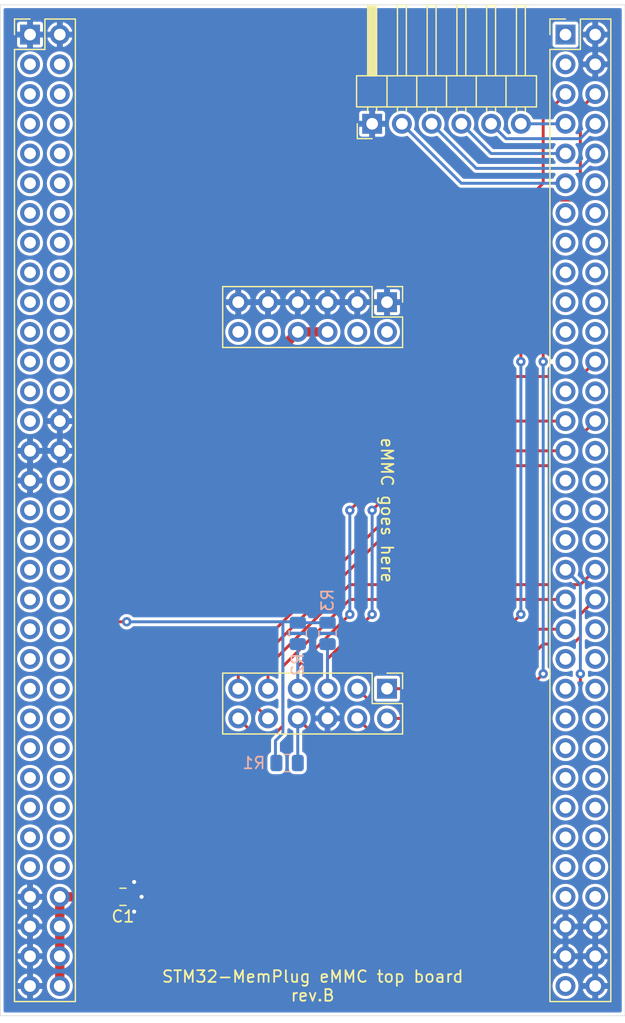
<source format=kicad_pcb>
(kicad_pcb (version 20171130) (host pcbnew "(5.1.8)-1")
  (layers (0 F.Cu signal) (31 B.Cu signal) (34 B.Paste user) (35 F.Paste user) (36 B.SilkS user) (37 F.SilkS user) (38 B.Mask user) (39 F.Mask user) (44 Edge.Cuts user))
  (net 0 "")
  (net 1 GND)
  (net 2 +3V3)
  (net 3 DAT0)
  (net 4 DAT1)
  (net 5 DAT2)
  (net 6 DAT3)
  (net 7 CLK)
  (net 8 CMD)
  (net 9 ~RST)
  (net 10 DAT6)
  (net 11 DAT7)
  (net 12 DAT4)
  (net 13 DAT5)
  (net 14 PB3)
  (net 15 PB4)
  (net 16 PB5)
  (net 17 PB6)
  (net 18 PB7)
  (module Connector_PinHeader_2.54mm:PinHeader_1x06_P2.54mm_Horizontal (layer F.Cu) (at 130.81 58.42 90)
    (fp_text reference J3 hide)
    (fp_text value DBG)
    (fp_line (start -1.27 -1.27) (end 0 -1.27) (layer F.SilkS) (width 0.12))
    (fp_line (start -1.27 0) (end -1.27 -1.27) (layer F.SilkS) (width 0.12))
    (fp_line (start 1.042929 13.08) (end 1.44 13.08) (layer F.SilkS) (width 0.12))
    (fp_line (start 1.042929 12.32) (end 1.44 12.32) (layer F.SilkS) (width 0.12))
    (fp_line (start 10.1 13.08) (end 4.1 13.08) (layer F.SilkS) (width 0.12))
    (fp_line (start 10.1 12.32) (end 10.1 13.08) (layer F.SilkS) (width 0.12))
    (fp_line (start 4.1 12.32) (end 10.1 12.32) (layer F.SilkS) (width 0.12))
    (fp_line (start 1.44 11.43) (end 4.1 11.43) (layer F.SilkS) (width 0.12))
    (fp_line (start 1.042929 10.54) (end 1.44 10.54) (layer F.SilkS) (width 0.12))
    (fp_line (start 1.042929 9.78) (end 1.44 9.78) (layer F.SilkS) (width 0.12))
    (fp_line (start 10.1 10.54) (end 4.1 10.54) (layer F.SilkS) (width 0.12))
    (fp_line (start 10.1 9.78) (end 10.1 10.54) (layer F.SilkS) (width 0.12))
    (fp_line (start 4.1 9.78) (end 10.1 9.78) (layer F.SilkS) (width 0.12))
    (fp_line (start 1.44 8.89) (end 4.1 8.89) (layer F.SilkS) (width 0.12))
    (fp_line (start 1.042929 8) (end 1.44 8) (layer F.SilkS) (width 0.12))
    (fp_line (start 1.042929 7.24) (end 1.44 7.24) (layer F.SilkS) (width 0.12))
    (fp_line (start 10.1 8) (end 4.1 8) (layer F.SilkS) (width 0.12))
    (fp_line (start 10.1 7.24) (end 10.1 8) (layer F.SilkS) (width 0.12))
    (fp_line (start 4.1 7.24) (end 10.1 7.24) (layer F.SilkS) (width 0.12))
    (fp_line (start 1.44 6.35) (end 4.1 6.35) (layer F.SilkS) (width 0.12))
    (fp_line (start 1.042929 5.46) (end 1.44 5.46) (layer F.SilkS) (width 0.12))
    (fp_line (start 1.042929 4.7) (end 1.44 4.7) (layer F.SilkS) (width 0.12))
    (fp_line (start 10.1 5.46) (end 4.1 5.46) (layer F.SilkS) (width 0.12))
    (fp_line (start 10.1 4.7) (end 10.1 5.46) (layer F.SilkS) (width 0.12))
    (fp_line (start 4.1 4.7) (end 10.1 4.7) (layer F.SilkS) (width 0.12))
    (fp_line (start 1.44 3.81) (end 4.1 3.81) (layer F.SilkS) (width 0.12))
    (fp_line (start 1.042929 2.92) (end 1.44 2.92) (layer F.SilkS) (width 0.12))
    (fp_line (start 1.042929 2.16) (end 1.44 2.16) (layer F.SilkS) (width 0.12))
    (fp_line (start 10.1 2.92) (end 4.1 2.92) (layer F.SilkS) (width 0.12))
    (fp_line (start 10.1 2.16) (end 10.1 2.92) (layer F.SilkS) (width 0.12))
    (fp_line (start 4.1 2.16) (end 10.1 2.16) (layer F.SilkS) (width 0.12))
    (fp_line (start 1.44 1.27) (end 4.1 1.27) (layer F.SilkS) (width 0.12))
    (fp_line (start 1.11 0.38) (end 1.44 0.38) (layer F.SilkS) (width 0.12))
    (fp_line (start 1.11 -0.38) (end 1.44 -0.38) (layer F.SilkS) (width 0.12))
    (fp_line (start 4.1 0.28) (end 10.1 0.28) (layer F.SilkS) (width 0.12))
    (fp_line (start 4.1 0.16) (end 10.1 0.16) (layer F.SilkS) (width 0.12))
    (fp_line (start 4.1 0.04) (end 10.1 0.04) (layer F.SilkS) (width 0.12))
    (fp_line (start 4.1 -0.08) (end 10.1 -0.08) (layer F.SilkS) (width 0.12))
    (fp_line (start 4.1 -0.2) (end 10.1 -0.2) (layer F.SilkS) (width 0.12))
    (fp_line (start 4.1 -0.32) (end 10.1 -0.32) (layer F.SilkS) (width 0.12))
    (fp_line (start 10.1 0.38) (end 4.1 0.38) (layer F.SilkS) (width 0.12))
    (fp_line (start 10.1 -0.38) (end 10.1 0.38) (layer F.SilkS) (width 0.12))
    (fp_line (start 4.1 -0.38) (end 10.1 -0.38) (layer F.SilkS) (width 0.12))
    (fp_line (start 4.1 -1.33) (end 1.44 -1.33) (layer F.SilkS) (width 0.12))
    (fp_line (start 4.1 14.03) (end 4.1 -1.33) (layer F.SilkS) (width 0.12))
    (fp_line (start 1.44 14.03) (end 4.1 14.03) (layer F.SilkS) (width 0.12))
    (fp_line (start 1.44 -1.33) (end 1.44 14.03) (layer F.SilkS) (width 0.12))
    (pad 6 thru_hole oval (at 0 12.7 90) (size 1.7 1.7) (drill 1) (layers *.Cu *.Mask) (net 18 PB7))
    (pad 5 thru_hole oval (at 0 10.16 90) (size 1.7 1.7) (drill 1) (layers *.Cu *.Mask) (net 17 PB6))
    (pad 4 thru_hole oval (at 0 7.62 90) (size 1.7 1.7) (drill 1) (layers *.Cu *.Mask) (net 16 PB5))
    (pad 3 thru_hole oval (at 0 5.08 90) (size 1.7 1.7) (drill 1) (layers *.Cu *.Mask) (net 15 PB4))
    (pad 2 thru_hole oval (at 0 2.54 90) (size 1.7 1.7) (drill 1) (layers *.Cu *.Mask) (net 14 PB3))
    (pad 1 thru_hole rect (at 0 0 90) (size 1.7 1.7) (drill 1) (layers *.Cu *.Mask) (net 1 GND))
  )
  (module Connector_PinHeader_2.54mm:PinHeader_2x33_P2.54mm_Vertical (layer F.Cu) (at 147.32 50.8)
    (fp_text reference J2 hide)
    (fp_text value Right)
    (fp_line (start -1.33 -1.33) (end 0 -1.33) (layer F.SilkS) (width 0.12))
    (fp_line (start -1.33 0) (end -1.33 -1.33) (layer F.SilkS) (width 0.12))
    (fp_line (start 1.27 -1.33) (end 3.87 -1.33) (layer F.SilkS) (width 0.12))
    (fp_line (start 1.27 1.27) (end 1.27 -1.33) (layer F.SilkS) (width 0.12))
    (fp_line (start -1.33 1.27) (end 1.27 1.27) (layer F.SilkS) (width 0.12))
    (fp_line (start 3.87 -1.33) (end 3.87 82.61) (layer F.SilkS) (width 0.12))
    (fp_line (start -1.33 1.27) (end -1.33 82.61) (layer F.SilkS) (width 0.12))
    (fp_line (start -1.33 82.61) (end 3.87 82.61) (layer F.SilkS) (width 0.12))
    (pad 66 thru_hole oval (at 2.54 81.28) (size 1.7 1.7) (drill 1) (layers *.Cu *.Mask) (net 1 GND))
    (pad 65 thru_hole oval (at 0 81.28) (size 1.7 1.7) (drill 1) (layers *.Cu *.Mask))
    (pad 64 thru_hole oval (at 2.54 78.74) (size 1.7 1.7) (drill 1) (layers *.Cu *.Mask) (net 1 GND))
    (pad 63 thru_hole oval (at 0 78.74) (size 1.7 1.7) (drill 1) (layers *.Cu *.Mask) (net 1 GND))
    (pad 62 thru_hole oval (at 2.54 76.2) (size 1.7 1.7) (drill 1) (layers *.Cu *.Mask) (net 1 GND))
    (pad 61 thru_hole oval (at 0 76.2) (size 1.7 1.7) (drill 1) (layers *.Cu *.Mask) (net 1 GND))
    (pad 60 thru_hole oval (at 2.54 73.66) (size 1.7 1.7) (drill 1) (layers *.Cu *.Mask))
    (pad 59 thru_hole oval (at 0 73.66) (size 1.7 1.7) (drill 1) (layers *.Cu *.Mask))
    (pad 58 thru_hole oval (at 2.54 71.12) (size 1.7 1.7) (drill 1) (layers *.Cu *.Mask))
    (pad 57 thru_hole oval (at 0 71.12) (size 1.7 1.7) (drill 1) (layers *.Cu *.Mask))
    (pad 56 thru_hole oval (at 2.54 68.58) (size 1.7 1.7) (drill 1) (layers *.Cu *.Mask))
    (pad 55 thru_hole oval (at 0 68.58) (size 1.7 1.7) (drill 1) (layers *.Cu *.Mask))
    (pad 54 thru_hole oval (at 2.54 66.04) (size 1.7 1.7) (drill 1) (layers *.Cu *.Mask))
    (pad 53 thru_hole oval (at 0 66.04) (size 1.7 1.7) (drill 1) (layers *.Cu *.Mask))
    (pad 52 thru_hole oval (at 2.54 63.5) (size 1.7 1.7) (drill 1) (layers *.Cu *.Mask))
    (pad 51 thru_hole oval (at 0 63.5) (size 1.7 1.7) (drill 1) (layers *.Cu *.Mask))
    (pad 50 thru_hole oval (at 2.54 60.96) (size 1.7 1.7) (drill 1) (layers *.Cu *.Mask))
    (pad 49 thru_hole oval (at 0 60.96) (size 1.7 1.7) (drill 1) (layers *.Cu *.Mask))
    (pad 48 thru_hole oval (at 2.54 58.42) (size 1.7 1.7) (drill 1) (layers *.Cu *.Mask))
    (pad 47 thru_hole oval (at 0 58.42) (size 1.7 1.7) (drill 1) (layers *.Cu *.Mask))
    (pad 46 thru_hole oval (at 2.54 55.88) (size 1.7 1.7) (drill 1) (layers *.Cu *.Mask))
    (pad 45 thru_hole oval (at 0 55.88) (size 1.7 1.7) (drill 1) (layers *.Cu *.Mask))
    (pad 44 thru_hole oval (at 2.54 53.34) (size 1.7 1.7) (drill 1) (layers *.Cu *.Mask))
    (pad 43 thru_hole oval (at 0 53.34) (size 1.7 1.7) (drill 1) (layers *.Cu *.Mask))
    (pad 42 thru_hole oval (at 2.54 50.8) (size 1.7 1.7) (drill 1) (layers *.Cu *.Mask))
    (pad 41 thru_hole oval (at 0 50.8) (size 1.7 1.7) (drill 1) (layers *.Cu *.Mask) (net 10 DAT6))
    (pad 40 thru_hole oval (at 2.54 48.26) (size 1.7 1.7) (drill 1) (layers *.Cu *.Mask) (net 11 DAT7))
    (pad 39 thru_hole oval (at 0 48.26) (size 1.7 1.7) (drill 1) (layers *.Cu *.Mask) (net 3 DAT0))
    (pad 38 thru_hole oval (at 2.54 45.72) (size 1.7 1.7) (drill 1) (layers *.Cu *.Mask) (net 4 DAT1))
    (pad 37 thru_hole oval (at 0 45.72) (size 1.7 1.7) (drill 1) (layers *.Cu *.Mask) (net 9 ~RST))
    (pad 36 thru_hole oval (at 2.54 43.18) (size 1.7 1.7) (drill 1) (layers *.Cu *.Mask))
    (pad 35 thru_hole oval (at 0 43.18) (size 1.7 1.7) (drill 1) (layers *.Cu *.Mask))
    (pad 34 thru_hole oval (at 2.54 40.64) (size 1.7 1.7) (drill 1) (layers *.Cu *.Mask))
    (pad 33 thru_hole oval (at 0 40.64) (size 1.7 1.7) (drill 1) (layers *.Cu *.Mask))
    (pad 32 thru_hole oval (at 2.54 38.1) (size 1.7 1.7) (drill 1) (layers *.Cu *.Mask))
    (pad 31 thru_hole oval (at 0 38.1) (size 1.7 1.7) (drill 1) (layers *.Cu *.Mask))
    (pad 30 thru_hole oval (at 2.54 35.56) (size 1.7 1.7) (drill 1) (layers *.Cu *.Mask))
    (pad 29 thru_hole oval (at 0 35.56) (size 1.7 1.7) (drill 1) (layers *.Cu *.Mask) (net 5 DAT2))
    (pad 28 thru_hole oval (at 2.54 33.02) (size 1.7 1.7) (drill 1) (layers *.Cu *.Mask) (net 6 DAT3))
    (pad 27 thru_hole oval (at 0 33.02) (size 1.7 1.7) (drill 1) (layers *.Cu *.Mask) (net 7 CLK))
    (pad 26 thru_hole oval (at 2.54 30.48) (size 1.7 1.7) (drill 1) (layers *.Cu *.Mask))
    (pad 25 thru_hole oval (at 0 30.48) (size 1.7 1.7) (drill 1) (layers *.Cu *.Mask))
    (pad 24 thru_hole oval (at 2.54 27.94) (size 1.7 1.7) (drill 1) (layers *.Cu *.Mask) (net 8 CMD))
    (pad 23 thru_hole oval (at 0 27.94) (size 1.7 1.7) (drill 1) (layers *.Cu *.Mask))
    (pad 22 thru_hole oval (at 2.54 25.4) (size 1.7 1.7) (drill 1) (layers *.Cu *.Mask))
    (pad 21 thru_hole oval (at 0 25.4) (size 1.7 1.7) (drill 1) (layers *.Cu *.Mask))
    (pad 20 thru_hole oval (at 2.54 22.86) (size 1.7 1.7) (drill 1) (layers *.Cu *.Mask))
    (pad 19 thru_hole oval (at 0 22.86) (size 1.7 1.7) (drill 1) (layers *.Cu *.Mask))
    (pad 18 thru_hole oval (at 2.54 20.32) (size 1.7 1.7) (drill 1) (layers *.Cu *.Mask))
    (pad 17 thru_hole oval (at 0 20.32) (size 1.7 1.7) (drill 1) (layers *.Cu *.Mask))
    (pad 16 thru_hole oval (at 2.54 17.78) (size 1.7 1.7) (drill 1) (layers *.Cu *.Mask))
    (pad 15 thru_hole oval (at 0 17.78) (size 1.7 1.7) (drill 1) (layers *.Cu *.Mask))
    (pad 14 thru_hole oval (at 2.54 15.24) (size 1.7 1.7) (drill 1) (layers *.Cu *.Mask))
    (pad 13 thru_hole oval (at 0 15.24) (size 1.7 1.7) (drill 1) (layers *.Cu *.Mask))
    (pad 12 thru_hole oval (at 2.54 12.7) (size 1.7 1.7) (drill 1) (layers *.Cu *.Mask))
    (pad 11 thru_hole oval (at 0 12.7) (size 1.7 1.7) (drill 1) (layers *.Cu *.Mask) (net 14 PB3))
    (pad 10 thru_hole oval (at 2.54 10.16) (size 1.7 1.7) (drill 1) (layers *.Cu *.Mask) (net 15 PB4))
    (pad 9 thru_hole oval (at 0 10.16) (size 1.7 1.7) (drill 1) (layers *.Cu *.Mask) (net 16 PB5))
    (pad 8 thru_hole oval (at 2.54 7.62) (size 1.7 1.7) (drill 1) (layers *.Cu *.Mask) (net 17 PB6))
    (pad 7 thru_hole oval (at 0 7.62) (size 1.7 1.7) (drill 1) (layers *.Cu *.Mask) (net 18 PB7))
    (pad 6 thru_hole oval (at 2.54 5.08) (size 1.7 1.7) (drill 1) (layers *.Cu *.Mask) (net 12 DAT4))
    (pad 5 thru_hole oval (at 0 5.08) (size 1.7 1.7) (drill 1) (layers *.Cu *.Mask) (net 13 DAT5))
    (pad 4 thru_hole oval (at 2.54 2.54) (size 1.7 1.7) (drill 1) (layers *.Cu *.Mask) (net 1 GND))
    (pad 3 thru_hole oval (at 0 2.54) (size 1.7 1.7) (drill 1) (layers *.Cu *.Mask))
    (pad 2 thru_hole oval (at 2.54 0) (size 1.7 1.7) (drill 1) (layers *.Cu *.Mask) (net 1 GND))
    (pad 1 thru_hole rect (at 0 0) (size 1.7 1.7) (drill 1) (layers *.Cu *.Mask))
  )
  (module Connector_PinHeader_2.54mm:PinHeader_2x33_P2.54mm_Vertical (layer F.Cu) (at 101.6 50.8)
    (fp_text reference J1 hide)
    (fp_text value Left)
    (fp_line (start -1.33 -1.33) (end 0 -1.33) (layer F.SilkS) (width 0.12))
    (fp_line (start -1.33 0) (end -1.33 -1.33) (layer F.SilkS) (width 0.12))
    (fp_line (start 1.27 -1.33) (end 3.87 -1.33) (layer F.SilkS) (width 0.12))
    (fp_line (start 1.27 1.27) (end 1.27 -1.33) (layer F.SilkS) (width 0.12))
    (fp_line (start -1.33 1.27) (end 1.27 1.27) (layer F.SilkS) (width 0.12))
    (fp_line (start 3.87 -1.33) (end 3.87 82.61) (layer F.SilkS) (width 0.12))
    (fp_line (start -1.33 1.27) (end -1.33 82.61) (layer F.SilkS) (width 0.12))
    (fp_line (start -1.33 82.61) (end 3.87 82.61) (layer F.SilkS) (width 0.12))
    (pad 66 thru_hole oval (at 2.54 81.28) (size 1.7 1.7) (drill 1) (layers *.Cu *.Mask) (net 2 +3V3))
    (pad 65 thru_hole oval (at 0 81.28) (size 1.7 1.7) (drill 1) (layers *.Cu *.Mask) (net 1 GND))
    (pad 64 thru_hole oval (at 2.54 78.74) (size 1.7 1.7) (drill 1) (layers *.Cu *.Mask) (net 2 +3V3))
    (pad 63 thru_hole oval (at 0 78.74) (size 1.7 1.7) (drill 1) (layers *.Cu *.Mask) (net 1 GND))
    (pad 62 thru_hole oval (at 2.54 76.2) (size 1.7 1.7) (drill 1) (layers *.Cu *.Mask) (net 2 +3V3))
    (pad 61 thru_hole oval (at 0 76.2) (size 1.7 1.7) (drill 1) (layers *.Cu *.Mask) (net 1 GND))
    (pad 60 thru_hole oval (at 2.54 73.66) (size 1.7 1.7) (drill 1) (layers *.Cu *.Mask) (net 2 +3V3))
    (pad 59 thru_hole oval (at 0 73.66) (size 1.7 1.7) (drill 1) (layers *.Cu *.Mask) (net 1 GND))
    (pad 58 thru_hole oval (at 2.54 71.12) (size 1.7 1.7) (drill 1) (layers *.Cu *.Mask))
    (pad 57 thru_hole oval (at 0 71.12) (size 1.7 1.7) (drill 1) (layers *.Cu *.Mask))
    (pad 56 thru_hole oval (at 2.54 68.58) (size 1.7 1.7) (drill 1) (layers *.Cu *.Mask))
    (pad 55 thru_hole oval (at 0 68.58) (size 1.7 1.7) (drill 1) (layers *.Cu *.Mask))
    (pad 54 thru_hole oval (at 2.54 66.04) (size 1.7 1.7) (drill 1) (layers *.Cu *.Mask))
    (pad 53 thru_hole oval (at 0 66.04) (size 1.7 1.7) (drill 1) (layers *.Cu *.Mask))
    (pad 52 thru_hole oval (at 2.54 63.5) (size 1.7 1.7) (drill 1) (layers *.Cu *.Mask))
    (pad 51 thru_hole oval (at 0 63.5) (size 1.7 1.7) (drill 1) (layers *.Cu *.Mask))
    (pad 50 thru_hole oval (at 2.54 60.96) (size 1.7 1.7) (drill 1) (layers *.Cu *.Mask))
    (pad 49 thru_hole oval (at 0 60.96) (size 1.7 1.7) (drill 1) (layers *.Cu *.Mask))
    (pad 48 thru_hole oval (at 2.54 58.42) (size 1.7 1.7) (drill 1) (layers *.Cu *.Mask))
    (pad 47 thru_hole oval (at 0 58.42) (size 1.7 1.7) (drill 1) (layers *.Cu *.Mask))
    (pad 46 thru_hole oval (at 2.54 55.88) (size 1.7 1.7) (drill 1) (layers *.Cu *.Mask))
    (pad 45 thru_hole oval (at 0 55.88) (size 1.7 1.7) (drill 1) (layers *.Cu *.Mask))
    (pad 44 thru_hole oval (at 2.54 53.34) (size 1.7 1.7) (drill 1) (layers *.Cu *.Mask))
    (pad 43 thru_hole oval (at 0 53.34) (size 1.7 1.7) (drill 1) (layers *.Cu *.Mask))
    (pad 42 thru_hole oval (at 2.54 50.8) (size 1.7 1.7) (drill 1) (layers *.Cu *.Mask))
    (pad 41 thru_hole oval (at 0 50.8) (size 1.7 1.7) (drill 1) (layers *.Cu *.Mask))
    (pad 40 thru_hole oval (at 2.54 48.26) (size 1.7 1.7) (drill 1) (layers *.Cu *.Mask))
    (pad 39 thru_hole oval (at 0 48.26) (size 1.7 1.7) (drill 1) (layers *.Cu *.Mask))
    (pad 38 thru_hole oval (at 2.54 45.72) (size 1.7 1.7) (drill 1) (layers *.Cu *.Mask))
    (pad 37 thru_hole oval (at 0 45.72) (size 1.7 1.7) (drill 1) (layers *.Cu *.Mask))
    (pad 36 thru_hole oval (at 2.54 43.18) (size 1.7 1.7) (drill 1) (layers *.Cu *.Mask))
    (pad 35 thru_hole oval (at 0 43.18) (size 1.7 1.7) (drill 1) (layers *.Cu *.Mask))
    (pad 34 thru_hole oval (at 2.54 40.64) (size 1.7 1.7) (drill 1) (layers *.Cu *.Mask))
    (pad 33 thru_hole oval (at 0 40.64) (size 1.7 1.7) (drill 1) (layers *.Cu *.Mask))
    (pad 32 thru_hole oval (at 2.54 38.1) (size 1.7 1.7) (drill 1) (layers *.Cu *.Mask))
    (pad 31 thru_hole oval (at 0 38.1) (size 1.7 1.7) (drill 1) (layers *.Cu *.Mask) (net 1 GND))
    (pad 30 thru_hole oval (at 2.54 35.56) (size 1.7 1.7) (drill 1) (layers *.Cu *.Mask) (net 1 GND))
    (pad 29 thru_hole oval (at 0 35.56) (size 1.7 1.7) (drill 1) (layers *.Cu *.Mask) (net 1 GND))
    (pad 28 thru_hole oval (at 2.54 33.02) (size 1.7 1.7) (drill 1) (layers *.Cu *.Mask) (net 1 GND))
    (pad 27 thru_hole oval (at 0 33.02) (size 1.7 1.7) (drill 1) (layers *.Cu *.Mask))
    (pad 26 thru_hole oval (at 2.54 30.48) (size 1.7 1.7) (drill 1) (layers *.Cu *.Mask))
    (pad 25 thru_hole oval (at 0 30.48) (size 1.7 1.7) (drill 1) (layers *.Cu *.Mask))
    (pad 24 thru_hole oval (at 2.54 27.94) (size 1.7 1.7) (drill 1) (layers *.Cu *.Mask))
    (pad 23 thru_hole oval (at 0 27.94) (size 1.7 1.7) (drill 1) (layers *.Cu *.Mask))
    (pad 22 thru_hole oval (at 2.54 25.4) (size 1.7 1.7) (drill 1) (layers *.Cu *.Mask))
    (pad 21 thru_hole oval (at 0 25.4) (size 1.7 1.7) (drill 1) (layers *.Cu *.Mask))
    (pad 20 thru_hole oval (at 2.54 22.86) (size 1.7 1.7) (drill 1) (layers *.Cu *.Mask))
    (pad 19 thru_hole oval (at 0 22.86) (size 1.7 1.7) (drill 1) (layers *.Cu *.Mask))
    (pad 18 thru_hole oval (at 2.54 20.32) (size 1.7 1.7) (drill 1) (layers *.Cu *.Mask))
    (pad 17 thru_hole oval (at 0 20.32) (size 1.7 1.7) (drill 1) (layers *.Cu *.Mask))
    (pad 16 thru_hole oval (at 2.54 17.78) (size 1.7 1.7) (drill 1) (layers *.Cu *.Mask))
    (pad 15 thru_hole oval (at 0 17.78) (size 1.7 1.7) (drill 1) (layers *.Cu *.Mask))
    (pad 14 thru_hole oval (at 2.54 15.24) (size 1.7 1.7) (drill 1) (layers *.Cu *.Mask))
    (pad 13 thru_hole oval (at 0 15.24) (size 1.7 1.7) (drill 1) (layers *.Cu *.Mask))
    (pad 12 thru_hole oval (at 2.54 12.7) (size 1.7 1.7) (drill 1) (layers *.Cu *.Mask))
    (pad 11 thru_hole oval (at 0 12.7) (size 1.7 1.7) (drill 1) (layers *.Cu *.Mask))
    (pad 10 thru_hole oval (at 2.54 10.16) (size 1.7 1.7) (drill 1) (layers *.Cu *.Mask))
    (pad 9 thru_hole oval (at 0 10.16) (size 1.7 1.7) (drill 1) (layers *.Cu *.Mask))
    (pad 8 thru_hole oval (at 2.54 7.62) (size 1.7 1.7) (drill 1) (layers *.Cu *.Mask))
    (pad 7 thru_hole oval (at 0 7.62) (size 1.7 1.7) (drill 1) (layers *.Cu *.Mask))
    (pad 6 thru_hole oval (at 2.54 5.08) (size 1.7 1.7) (drill 1) (layers *.Cu *.Mask))
    (pad 5 thru_hole oval (at 0 5.08) (size 1.7 1.7) (drill 1) (layers *.Cu *.Mask))
    (pad 4 thru_hole oval (at 2.54 2.54) (size 1.7 1.7) (drill 1) (layers *.Cu *.Mask))
    (pad 3 thru_hole oval (at 0 2.54) (size 1.7 1.7) (drill 1) (layers *.Cu *.Mask))
    (pad 2 thru_hole oval (at 2.54 0) (size 1.7 1.7) (drill 1) (layers *.Cu *.Mask) (net 1 GND))
    (pad 1 thru_hole rect (at 0 0) (size 1.7 1.7) (drill 1) (layers *.Cu *.Mask) (net 1 GND))
  )
  (module Resistor_SMD:R_0805_2012Metric (layer B.Cu) (at 124.46 101.9575 270)
    (fp_text reference R2 (at 2.6625 0 270) (layer B.SilkS) (effects (justify mirror)))
    (fp_text value 10k)
    (fp_line (start -0.227064 0.735) (end 0.227064 0.735) (layer B.SilkS) (width 0.12))
    (fp_line (start -0.227064 -0.735) (end 0.227064 -0.735) (layer B.SilkS) (width 0.12))
    (pad 1 smd roundrect (at -0.9125 0 270) (size 1.025 1.4) (layers B.Cu B.Paste B.Mask) (roundrect_rratio 0.2439014634146341) (net 2 +3V3))
    (pad 2 smd roundrect (at 0.9125 0 270) (size 1.025 1.4) (layers B.Cu B.Paste B.Mask) (roundrect_rratio 0.2439014634146341) (net 8 CMD))
  )
  (module Resistor_SMD:R_0805_2012Metric (layer B.Cu) (at 123.5475 113.03)
    (fp_text reference R1 (at -2.8375 0 180) (layer B.SilkS) (effects (justify mirror)))
    (fp_text value 10k)
    (fp_line (start -0.227064 0.735) (end 0.227064 0.735) (layer B.SilkS) (width 0.12))
    (fp_line (start -0.227064 -0.735) (end 0.227064 -0.735) (layer B.SilkS) (width 0.12))
    (pad 1 smd roundrect (at -0.9125 0) (size 1.025 1.4) (layers B.Cu B.Paste B.Mask) (roundrect_rratio 0.2439014634146341) (net 2 +3V3))
    (pad 2 smd roundrect (at 0.9125 0) (size 1.025 1.4) (layers B.Cu B.Paste B.Mask) (roundrect_rratio 0.2439014634146341) (net 9 ~RST))
  )
  (module Resistor_SMD:R_0805_2012Metric (layer B.Cu) (at 127 101.9575 270)
    (fp_text reference R3 (at -2.8375 0 270) (layer B.SilkS) (effects (justify mirror)))
    (fp_text value 10k)
    (fp_line (start -0.227064 0.735) (end 0.227064 0.735) (layer B.SilkS) (width 0.12))
    (fp_line (start -0.227064 -0.735) (end 0.227064 -0.735) (layer B.SilkS) (width 0.12))
    (pad 1 smd roundrect (at -0.9125 0 270) (size 1.025 1.4) (layers B.Cu B.Paste B.Mask) (roundrect_rratio 0.2439014634146341) (net 2 +3V3))
    (pad 2 smd roundrect (at 0.9125 0 270) (size 1.025 1.4) (layers B.Cu B.Paste B.Mask) (roundrect_rratio 0.2439014634146341) (net 7 CLK))
  )
  (module Capacitor_SMD:C_0805_2012Metric (layer F.Cu) (at 109.535 124.46 180)
    (fp_text reference C1 (at 0 -1.68 180) (layer F.SilkS))
    (fp_text value 100n)
    (fp_line (start -0.261252 0.735) (end 0.261252 0.735) (layer F.SilkS) (width 0.12))
    (fp_line (start -0.261252 -0.735) (end 0.261252 -0.735) (layer F.SilkS) (width 0.12))
    (pad 2 smd roundrect (at 0.95 0 180) (size 1 1.45) (layers F.Cu F.Paste F.Mask) (net 2 +3V3))
    (pad 1 smd roundrect (at -0.95 0 180) (size 1 1.45) (layers F.Cu F.Paste F.Mask) (net 1 GND))
  )
  (module Connector_PinHeader_2.54mm:PinHeader_2x06_P2.54mm_Vertical (layer F.Cu) (at 132.08 106.68 270)
    (fp_text reference J5 hide)
    (fp_text value Right)
    (fp_line (start -1.33 -1.33) (end 0 -1.33) (layer F.SilkS) (width 0.12))
    (fp_line (start -1.33 0) (end -1.33 -1.33) (layer F.SilkS) (width 0.12))
    (fp_line (start 1.27 -1.33) (end 3.87 -1.33) (layer F.SilkS) (width 0.12))
    (fp_line (start 1.27 1.27) (end 1.27 -1.33) (layer F.SilkS) (width 0.12))
    (fp_line (start -1.33 1.27) (end 1.27 1.27) (layer F.SilkS) (width 0.12))
    (fp_line (start 3.87 -1.33) (end 3.87 14.03) (layer F.SilkS) (width 0.12))
    (fp_line (start -1.33 1.27) (end -1.33 14.03) (layer F.SilkS) (width 0.12))
    (fp_line (start -1.33 14.03) (end 3.87 14.03) (layer F.SilkS) (width 0.12))
    (pad 12 thru_hole oval (at 2.54 12.7 270) (size 1.7 1.7) (drill 1) (layers *.Cu *.Mask) (net 3 DAT0))
    (pad 11 thru_hole oval (at 0 12.7 270) (size 1.7 1.7) (drill 1) (layers *.Cu *.Mask) (net 5 DAT2))
    (pad 10 thru_hole oval (at 2.54 10.16 270) (size 1.7 1.7) (drill 1) (layers *.Cu *.Mask) (net 6 DAT3))
    (pad 9 thru_hole oval (at 0 10.16 270) (size 1.7 1.7) (drill 1) (layers *.Cu *.Mask) (net 4 DAT1))
    (pad 8 thru_hole oval (at 2.54 7.62 270) (size 1.7 1.7) (drill 1) (layers *.Cu *.Mask) (net 9 ~RST))
    (pad 7 thru_hole oval (at 0 7.62 270) (size 1.7 1.7) (drill 1) (layers *.Cu *.Mask) (net 8 CMD))
    (pad 6 thru_hole oval (at 2.54 5.08 270) (size 1.7 1.7) (drill 1) (layers *.Cu *.Mask) (net 1 GND))
    (pad 5 thru_hole oval (at 0 5.08 270) (size 1.7 1.7) (drill 1) (layers *.Cu *.Mask) (net 7 CLK))
    (pad 4 thru_hole oval (at 2.54 2.54 270) (size 1.7 1.7) (drill 1) (layers *.Cu *.Mask) (net 12 DAT4))
    (pad 3 thru_hole oval (at 0 2.54 270) (size 1.7 1.7) (drill 1) (layers *.Cu *.Mask) (net 10 DAT6))
    (pad 2 thru_hole oval (at 2.54 0 270) (size 1.7 1.7) (drill 1) (layers *.Cu *.Mask) (net 11 DAT7))
    (pad 1 thru_hole rect (at 0 0 270) (size 1.7 1.7) (drill 1) (layers *.Cu *.Mask) (net 13 DAT5))
  )
  (module Connector_PinHeader_2.54mm:PinHeader_2x06_P2.54mm_Vertical (layer F.Cu) (at 132.08 73.66 270)
    (fp_text reference J4 hide)
    (fp_text value Left)
    (fp_line (start -1.33 -1.33) (end 0 -1.33) (layer F.SilkS) (width 0.12))
    (fp_line (start -1.33 0) (end -1.33 -1.33) (layer F.SilkS) (width 0.12))
    (fp_line (start 1.27 -1.33) (end 3.87 -1.33) (layer F.SilkS) (width 0.12))
    (fp_line (start 1.27 1.27) (end 1.27 -1.33) (layer F.SilkS) (width 0.12))
    (fp_line (start -1.33 1.27) (end 1.27 1.27) (layer F.SilkS) (width 0.12))
    (fp_line (start 3.87 -1.33) (end 3.87 14.03) (layer F.SilkS) (width 0.12))
    (fp_line (start -1.33 1.27) (end -1.33 14.03) (layer F.SilkS) (width 0.12))
    (fp_line (start -1.33 14.03) (end 3.87 14.03) (layer F.SilkS) (width 0.12))
    (pad 12 thru_hole oval (at 2.54 12.7 270) (size 1.7 1.7) (drill 1) (layers *.Cu *.Mask))
    (pad 11 thru_hole oval (at 0 12.7 270) (size 1.7 1.7) (drill 1) (layers *.Cu *.Mask) (net 1 GND))
    (pad 10 thru_hole oval (at 2.54 10.16 270) (size 1.7 1.7) (drill 1) (layers *.Cu *.Mask))
    (pad 9 thru_hole oval (at 0 10.16 270) (size 1.7 1.7) (drill 1) (layers *.Cu *.Mask) (net 1 GND))
    (pad 8 thru_hole oval (at 2.54 7.62 270) (size 1.7 1.7) (drill 1) (layers *.Cu *.Mask) (net 2 +3V3))
    (pad 7 thru_hole oval (at 0 7.62 270) (size 1.7 1.7) (drill 1) (layers *.Cu *.Mask) (net 1 GND))
    (pad 6 thru_hole oval (at 2.54 5.08 270) (size 1.7 1.7) (drill 1) (layers *.Cu *.Mask) (net 2 +3V3))
    (pad 5 thru_hole oval (at 0 5.08 270) (size 1.7 1.7) (drill 1) (layers *.Cu *.Mask) (net 1 GND))
    (pad 4 thru_hole oval (at 2.54 2.54 270) (size 1.7 1.7) (drill 1) (layers *.Cu *.Mask))
    (pad 3 thru_hole oval (at 0 2.54 270) (size 1.7 1.7) (drill 1) (layers *.Cu *.Mask) (net 1 GND))
    (pad 2 thru_hole oval (at 2.54 0 270) (size 1.7 1.7) (drill 1) (layers *.Cu *.Mask))
    (pad 1 thru_hole rect (at 0 0 270) (size 1.7 1.7) (drill 1) (layers *.Cu *.Mask) (net 1 GND))
  )
  (gr_text "STM32-MemPlug eMMC top board\nrev.B" (at 125.73 132.08) (layer F.SilkS) (effects (font (size 1 1))))
  (gr_text "eMMC goes here" (at 132.08 91.44 270) (layer F.SilkS) (effects (font (size 1 1))))
  (gr_line (start 99.06 134.62) (end 152.4 134.62) (layer Edge.Cuts) (width 0.05))
  (gr_line (start 99.06 48.26) (end 99.06 134.62) (layer Edge.Cuts) (width 0.05))
  (gr_line (start 152.4 48.26) (end 99.06 48.26) (layer Edge.Cuts) (width 0.05))
  (gr_line (start 152.4 134.62) (end 152.4 48.26) (layer Edge.Cuts) (width 0.05))
  (via (at 111.125 124.46) (size 0.8) (drill 0.35) (layers F.Cu B.Cu) (net 1))
  (segment (start 110.485 124.46) (end 111.125 124.46) (width 0.25) (layer F.Cu) (net 1))
  (via (at 110.49 123.19) (size 0.8) (drill 0.35) (layers F.Cu B.Cu) (net 1))
  (segment (start 110.485 123.195) (end 110.49 123.19) (width 0.25) (layer F.Cu) (net 1))
  (segment (start 110.485 124.46) (end 110.485 123.195) (width 0.25) (layer F.Cu) (net 1))
  (via (at 110.49 125.73) (size 0.8) (drill 0.35) (layers F.Cu B.Cu) (net 1))
  (segment (start 110.485 125.725) (end 110.49 125.73) (width 0.25) (layer F.Cu) (net 1))
  (segment (start 110.485 124.46) (end 110.485 125.725) (width 0.25) (layer F.Cu) (net 1))
  (segment (start 104.14 132.08) (end 104.14 124.46) (width 0.8) (layer F.Cu) (net 2))
  (segment (start 104.14 124.46) (end 108.585 124.46) (width 0.8) (layer F.Cu) (net 2))
  (segment (start 108.585 92.075) (end 124.46 76.2) (width 0.8) (layer F.Cu) (net 2))
  (segment (start 124.46 76.2) (end 127 76.2) (width 0.8) (layer F.Cu) (net 2))
  (segment (start 127 101.045) (end 124.46 101.045) (width 0.25) (layer B.Cu) (net 2))
  (segment (start 124.38 100.965) (end 124.46 101.045) (width 0.25) (layer B.Cu) (net 2))
  (segment (start 123.19 100.965) (end 124.38 100.965) (width 0.25) (layer B.Cu) (net 2))
  (via (at 109.855 100.965) (size 0.8) (drill 0.35) (layers F.Cu B.Cu) (net 2))
  (segment (start 123.19 100.965) (end 109.855 100.965) (width 0.25) (layer B.Cu) (net 2))
  (segment (start 109.855 100.965) (end 108.585 100.965) (width 0.25) (layer F.Cu) (net 2))
  (segment (start 108.585 100.965) (end 108.585 92.075) (width 0.8) (layer F.Cu) (net 2))
  (segment (start 108.585 124.46) (end 108.585 100.965) (width 0.8) (layer F.Cu) (net 2))
  (segment (start 123.19 110.49) (end 123.19 100.965) (width 0.25) (layer B.Cu) (net 2))
  (segment (start 122.555 111.125) (end 123.19 110.49) (width 0.25) (layer B.Cu) (net 2))
  (segment (start 122.555 112.95) (end 122.555 111.125) (width 0.25) (layer B.Cu) (net 2))
  (segment (start 122.635 113.03) (end 122.555 112.95) (width 0.25) (layer B.Cu) (net 2))
  (segment (start 123.19 104.775) (end 128.905 99.06) (width 0.25) (layer F.Cu) (net 3))
  (segment (start 123.19 109.855) (end 123.19 104.775) (width 0.25) (layer F.Cu) (net 3))
  (segment (start 120.65 110.49) (end 122.555 110.49) (width 0.25) (layer F.Cu) (net 3))
  (segment (start 122.555 110.49) (end 123.19 109.855) (width 0.25) (layer F.Cu) (net 3))
  (segment (start 119.38 109.22) (end 120.65 110.49) (width 0.25) (layer F.Cu) (net 3))
  (segment (start 128.905 99.06) (end 147.32 99.06) (width 0.25) (layer F.Cu) (net 3))
  (segment (start 121.92 104.775) (end 121.92 106.68) (width 0.25) (layer F.Cu) (net 4))
  (segment (start 128.905 97.79) (end 121.92 104.775) (width 0.25) (layer F.Cu) (net 4))
  (segment (start 148.59 97.79) (end 128.905 97.79) (width 0.25) (layer F.Cu) (net 4))
  (segment (start 149.86 96.52) (end 148.59 97.79) (width 0.25) (layer F.Cu) (net 4))
  (segment (start 137.795 86.36) (end 147.32 86.36) (width 0.25) (layer F.Cu) (net 5))
  (segment (start 119.38 104.775) (end 137.795 86.36) (width 0.25) (layer F.Cu) (net 5))
  (segment (start 119.38 106.68) (end 119.38 104.775) (width 0.25) (layer F.Cu) (net 5))
  (segment (start 120.65 107.95) (end 121.92 109.22) (width 0.25) (layer F.Cu) (net 6))
  (segment (start 120.65 104.775) (end 120.65 107.95) (width 0.25) (layer F.Cu) (net 6))
  (segment (start 147.955 87.63) (end 137.795 87.63) (width 0.25) (layer F.Cu) (net 6))
  (segment (start 148.59 86.995) (end 147.955 87.63) (width 0.25) (layer F.Cu) (net 6))
  (segment (start 137.795 87.63) (end 120.65 104.775) (width 0.25) (layer F.Cu) (net 6))
  (segment (start 148.59 85.09) (end 148.59 86.995) (width 0.25) (layer F.Cu) (net 6))
  (segment (start 149.86 83.82) (end 148.59 85.09) (width 0.25) (layer F.Cu) (net 6))
  (segment (start 127 102.87) (end 127 106.68) (width 0.25) (layer B.Cu) (net 7))
  (via (at 130.81 100.33) (size 0.8) (drill 0.35) (layers F.Cu B.Cu) (net 7))
  (segment (start 127 104.14) (end 130.81 100.33) (width 0.25) (layer F.Cu) (net 7))
  (segment (start 127 106.68) (end 127 104.14) (width 0.25) (layer F.Cu) (net 7))
  (via (at 130.81 91.44) (size 0.8) (drill 0.35) (layers F.Cu B.Cu) (net 7))
  (segment (start 130.81 100.33) (end 130.81 91.44) (width 0.25) (layer B.Cu) (net 7))
  (segment (start 138.43 83.82) (end 130.81 91.44) (width 0.25) (layer F.Cu) (net 7))
  (segment (start 147.32 83.82) (end 138.43 83.82) (width 0.25) (layer F.Cu) (net 7))
  (segment (start 124.46 106.68) (end 124.46 102.87) (width 0.25) (layer B.Cu) (net 8))
  (via (at 128.905 100.33) (size 0.8) (drill 0.35) (layers F.Cu B.Cu) (net 8))
  (segment (start 124.46 104.775) (end 128.905 100.33) (width 0.25) (layer F.Cu) (net 8))
  (segment (start 124.46 106.68) (end 124.46 104.775) (width 0.25) (layer F.Cu) (net 8))
  (via (at 128.905 91.44) (size 0.8) (drill 0.35) (layers F.Cu B.Cu) (net 8))
  (segment (start 128.905 100.33) (end 128.905 91.44) (width 0.25) (layer B.Cu) (net 8))
  (segment (start 140.335 80.01) (end 128.905 91.44) (width 0.25) (layer F.Cu) (net 8))
  (segment (start 148.59 80.01) (end 140.335 80.01) (width 0.25) (layer F.Cu) (net 8))
  (segment (start 149.86 78.74) (end 148.59 80.01) (width 0.25) (layer F.Cu) (net 8))
  (segment (start 124.46 109.22) (end 127 111.76) (width 0.25) (layer F.Cu) (net 9))
  (segment (start 127 111.76) (end 144.78 111.76) (width 0.25) (layer F.Cu) (net 9))
  (segment (start 144.78 111.76) (end 146.05 110.49) (width 0.25) (layer F.Cu) (net 9))
  (segment (start 146.05 110.49) (end 147.955 110.49) (width 0.25) (layer F.Cu) (net 9))
  (segment (start 147.955 110.49) (end 148.59 109.855) (width 0.25) (layer F.Cu) (net 9))
  (via (at 148.59 105.41) (size 0.8) (drill 0.35) (layers F.Cu B.Cu) (net 9))
  (segment (start 148.59 109.855) (end 148.59 105.41) (width 0.25) (layer F.Cu) (net 9))
  (segment (start 148.59 97.79) (end 147.32 96.52) (width 0.25) (layer B.Cu) (net 9))
  (segment (start 148.59 105.41) (end 148.59 97.79) (width 0.25) (layer B.Cu) (net 9))
  (segment (start 124.46 109.22) (end 124.46 113.03) (width 0.25) (layer B.Cu) (net 9))
  (segment (start 130.81 107.95) (end 129.54 106.68) (width 0.25) (layer F.Cu) (net 10))
  (segment (start 138.43 107.95) (end 130.81 107.95) (width 0.25) (layer F.Cu) (net 10))
  (segment (start 144.78 101.6) (end 138.43 107.95) (width 0.25) (layer F.Cu) (net 10))
  (segment (start 147.32 101.6) (end 144.78 101.6) (width 0.25) (layer F.Cu) (net 10))
  (segment (start 139.065 109.22) (end 132.08 109.22) (width 0.25) (layer F.Cu) (net 11))
  (segment (start 145.415 102.87) (end 139.065 109.22) (width 0.25) (layer F.Cu) (net 11))
  (segment (start 148.59 102.235) (end 147.955 102.87) (width 0.25) (layer F.Cu) (net 11))
  (segment (start 148.59 100.33) (end 148.59 102.235) (width 0.25) (layer F.Cu) (net 11))
  (segment (start 147.955 102.87) (end 145.415 102.87) (width 0.25) (layer F.Cu) (net 11))
  (segment (start 149.86 99.06) (end 148.59 100.33) (width 0.25) (layer F.Cu) (net 11))
  (via (at 145.415 105.41) (size 0.8) (drill 0.35) (layers F.Cu B.Cu) (net 12))
  (via (at 145.415 78.74) (size 0.8) (drill 0.35) (layers F.Cu B.Cu) (net 12))
  (segment (start 148.59 64.135) (end 147.787001 64.937999) (width 0.25) (layer F.Cu) (net 12))
  (segment (start 145.415 105.41) (end 145.415 78.74) (width 0.25) (layer B.Cu) (net 12))
  (segment (start 149.86 55.88) (end 148.59 57.15) (width 0.25) (layer F.Cu) (net 12))
  (segment (start 148.59 57.15) (end 148.59 64.135) (width 0.25) (layer F.Cu) (net 12))
  (segment (start 147.787001 64.937999) (end 146.586316 64.937999) (width 0.25) (layer F.Cu) (net 12))
  (segment (start 146.586316 64.937999) (end 145.415 66.109315) (width 0.25) (layer F.Cu) (net 12))
  (segment (start 145.415 66.109315) (end 145.415 78.74) (width 0.25) (layer F.Cu) (net 12))
  (segment (start 140.335 110.49) (end 145.415 105.41) (width 0.25) (layer F.Cu) (net 12))
  (segment (start 130.81 110.49) (end 140.335 110.49) (width 0.25) (layer F.Cu) (net 12))
  (segment (start 129.54 109.22) (end 130.81 110.49) (width 0.25) (layer F.Cu) (net 12))
  (segment (start 147.32 55.88) (end 145.415 57.785) (width 0.25) (layer F.Cu) (net 13))
  (segment (start 145.415 57.785) (end 145.415 63.5) (width 0.25) (layer F.Cu) (net 13))
  (segment (start 145.415 63.5) (end 143.51 65.405) (width 0.25) (layer F.Cu) (net 13))
  (via (at 143.51 78.74) (size 0.8) (drill 0.35) (layers F.Cu B.Cu) (net 13))
  (segment (start 143.51 65.405) (end 143.51 78.74) (width 0.25) (layer F.Cu) (net 13))
  (segment (start 137.16 106.68) (end 143.51 100.33) (width 0.25) (layer F.Cu) (net 13))
  (segment (start 132.08 106.68) (end 137.16 106.68) (width 0.25) (layer F.Cu) (net 13))
  (segment (start 143.51 78.74) (end 143.51 100.33) (width 0.25) (layer B.Cu) (net 13))
  (via (at 143.51 100.33) (size 0.8) (drill 0.35) (layers F.Cu B.Cu) (net 13))
  (segment (start 138.43 63.5) (end 133.35 58.42) (width 0.25) (layer B.Cu) (net 14))
  (segment (start 147.32 63.5) (end 138.43 63.5) (width 0.25) (layer B.Cu) (net 14))
  (segment (start 149.86 60.96) (end 148.59 62.23) (width 0.25) (layer B.Cu) (net 15))
  (segment (start 148.59 62.23) (end 139.7 62.23) (width 0.25) (layer B.Cu) (net 15))
  (segment (start 139.7 62.23) (end 135.89 58.42) (width 0.25) (layer B.Cu) (net 15))
  (segment (start 140.97 60.96) (end 138.43 58.42) (width 0.25) (layer B.Cu) (net 16))
  (segment (start 147.32 60.96) (end 140.97 60.96) (width 0.25) (layer B.Cu) (net 16))
  (segment (start 149.86 58.42) (end 148.59 59.69) (width 0.25) (layer B.Cu) (net 17))
  (segment (start 148.59 59.69) (end 142.24 59.69) (width 0.25) (layer B.Cu) (net 17))
  (segment (start 142.24 59.69) (end 140.97 58.42) (width 0.25) (layer B.Cu) (net 17))
  (segment (start 143.51 58.42) (end 147.32 58.42) (width 0.25) (layer B.Cu) (net 18))
  (zone (net 1) (net_name GND) (layer B.Cu) (connect_pads (clearance 0.254)) (min_thickness 0.254) (fill yes (arc_segments 32) (thermal_gap 0.254) (thermal_bridge_width 0.508))
    (polygon (pts (xy 152.4 134.62) (xy 99.06 134.62) (xy 99.06 48.26) (xy 152.4 48.26)))
  )
)
</source>
